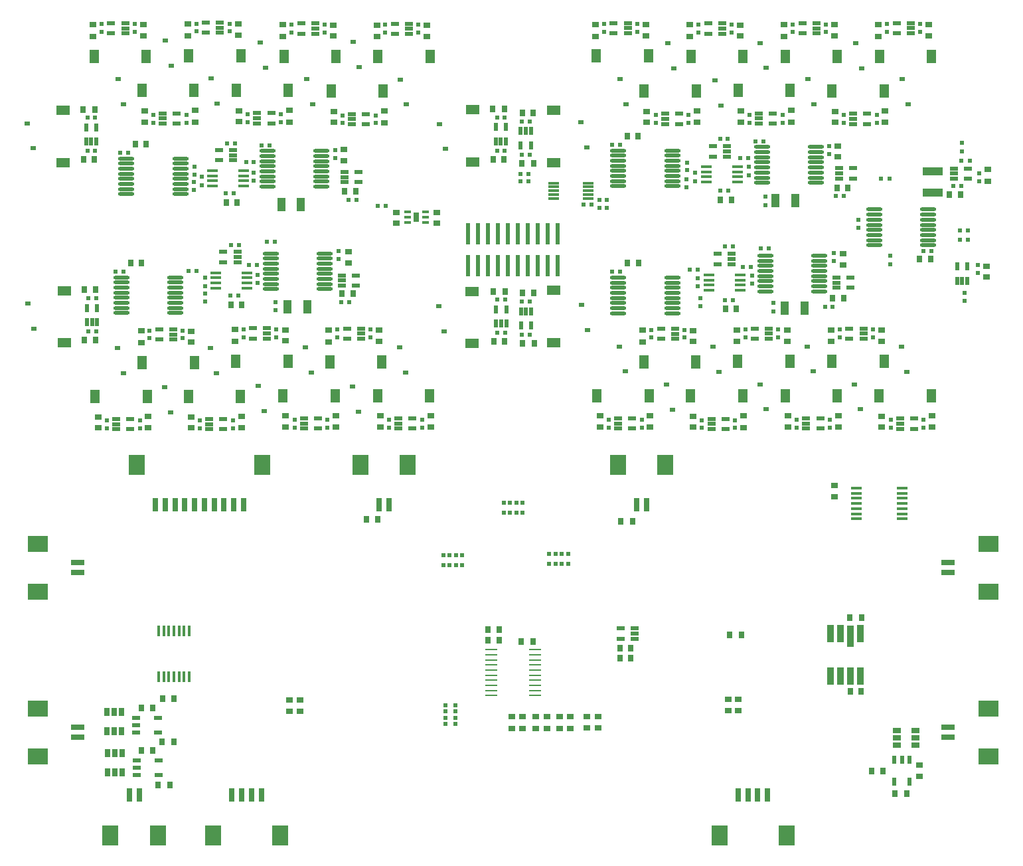
<source format=gbp>
G04*
G04 #@! TF.GenerationSoftware,Altium Limited,Altium Designer,18.1.6 (161)*
G04*
G04 Layer_Color=128*
%FSTAX44Y44*%
%MOMM*%
G71*
G01*
G75*
%ADD11R,0.9000X0.7000*%
%ADD12R,1.1000X0.6000*%
%ADD13R,0.7000X0.9000*%
%ADD14R,2.0000X2.6000*%
%ADD15R,0.7000X1.8000*%
%ADD19R,0.9000X0.8000*%
%ADD20R,0.6000X1.1000*%
%ADD22R,0.6000X0.5500*%
%ADD23O,2.1000X0.4500*%
%ADD24R,0.5000X0.6000*%
%ADD25R,0.6000X0.5000*%
%ADD26R,0.5500X0.6000*%
%ADD27R,0.6000X0.6000*%
%ADD28R,0.8000X0.9000*%
%ADD29R,0.6000X0.6000*%
%ADD33R,2.6000X2.0000*%
%ADD34R,1.8000X0.7000*%
%ADD35R,1.0000X0.4700*%
%ADD39R,0.5080X2.7940*%
%ADD43R,1.4500X0.3000*%
%ADD63R,1.0000X1.8000*%
%ADD64R,1.3500X0.4500*%
%ADD65R,0.7620X1.1938*%
%ADD66R,0.8128X0.3048*%
%ADD67R,0.4700X1.0000*%
%ADD68R,2.6000X1.1000*%
%ADD69R,0.7000X0.5000*%
%ADD70R,1.8000X1.2500*%
%ADD71R,1.2500X1.8000*%
%ADD72R,0.3556X1.4732*%
%ADD73R,0.6500X1.1000*%
%ADD74R,1.5500X0.2500*%
%ADD75R,0.9000X2.2500*%
%ADD76R,0.9000X2.8000*%
%ADD77R,1.1000X0.6500*%
%ADD78R,1.4732X0.3556*%
D11*
X01245616Y00868034D02*
D03*
Y00883034D02*
D03*
X01105997Y01052558D02*
D03*
Y01067558D02*
D03*
X01174535Y00568982D02*
D03*
Y00553982D02*
D03*
X00925149Y00663234D02*
D03*
Y00678234D02*
D03*
X00933935Y0056867D02*
D03*
Y0055367D02*
D03*
X00805423Y0066281D02*
D03*
Y0067781D02*
D03*
X01054833Y00569123D02*
D03*
Y00554123D02*
D03*
X01045545Y00663176D02*
D03*
Y00678176D02*
D03*
X00994619Y00958028D02*
D03*
Y00943028D02*
D03*
X00865467Y01052132D02*
D03*
Y01067132D02*
D03*
X00745036Y01052613D02*
D03*
Y01067613D02*
D03*
X00814803Y00569148D02*
D03*
Y00554148D02*
D03*
X00985795Y01052298D02*
D03*
Y01067298D02*
D03*
X00874755Y00957596D02*
D03*
Y00942596D02*
D03*
X01114483Y00957596D02*
D03*
Y00942596D02*
D03*
X00285017Y00678508D02*
D03*
Y00663508D02*
D03*
X00404905Y00678122D02*
D03*
Y00663122D02*
D03*
X00165577Y0067696D02*
D03*
Y0066196D02*
D03*
X00414239Y00554123D02*
D03*
Y00569123D02*
D03*
X00534695Y00554123D02*
D03*
Y00569123D02*
D03*
X00174777Y00553198D02*
D03*
Y00568198D02*
D03*
X00293395Y00553198D02*
D03*
Y00568198D02*
D03*
X00225065Y01068138D02*
D03*
Y01053138D02*
D03*
X00346417Y01067044D02*
D03*
Y01052044D02*
D03*
X00466051Y01066838D02*
D03*
Y01051838D02*
D03*
X00354563Y00943358D02*
D03*
Y00958358D02*
D03*
X00475467Y00942342D02*
D03*
Y00957342D02*
D03*
X00234159Y00943022D02*
D03*
Y00958022D02*
D03*
X00104175Y0106732D02*
D03*
Y0105232D02*
D03*
X00638Y0017025D02*
D03*
Y0018525D02*
D03*
X00652Y0017025D02*
D03*
Y0018525D02*
D03*
X00669Y0017025D02*
D03*
Y0018525D02*
D03*
X00683Y0017025D02*
D03*
Y0018525D02*
D03*
X00699Y0017025D02*
D03*
Y0018525D02*
D03*
X00734Y001705D02*
D03*
Y001855D02*
D03*
X00748Y001705D02*
D03*
Y001855D02*
D03*
X00713Y0017025D02*
D03*
Y0018525D02*
D03*
D12*
X00188Y001105D02*
D03*
Y001295D02*
D03*
X0016D02*
D03*
Y0012D02*
D03*
Y001105D02*
D03*
X0018716Y00164485D02*
D03*
Y00183485D02*
D03*
X0015916D02*
D03*
Y00173985D02*
D03*
Y00164485D02*
D03*
D13*
X0065171Y00660967D02*
D03*
X0066671D02*
D03*
X00614453Y0072742D02*
D03*
X00629453D02*
D03*
X00613832Y00959966D02*
D03*
X00628832D02*
D03*
X00666409Y00890498D02*
D03*
X00651409D02*
D03*
X00107766Y00729258D02*
D03*
X00092766D02*
D03*
X00106414Y00959393D02*
D03*
X00091414D02*
D03*
X004675Y00437D02*
D03*
X004525D02*
D03*
X006505Y00281D02*
D03*
X006655D02*
D03*
X007925Y00434D02*
D03*
X007775D02*
D03*
X010845Y00311D02*
D03*
X010695D02*
D03*
X01112Y00116D02*
D03*
X01097D02*
D03*
X00931426Y00289D02*
D03*
X00916426D02*
D03*
X00202Y00098D02*
D03*
X00187D02*
D03*
X01126882Y00087D02*
D03*
X01141882D02*
D03*
X002075Y00153D02*
D03*
X001925D02*
D03*
D14*
X0034275Y00034D02*
D03*
X0025725D02*
D03*
X009885D02*
D03*
X00903D02*
D03*
X0015975Y00506D02*
D03*
X0032025D02*
D03*
X00187Y00034D02*
D03*
X001265D02*
D03*
X007735Y00506D02*
D03*
X00834D02*
D03*
X004452Y00506D02*
D03*
X005057D02*
D03*
D15*
X0030625Y00085D02*
D03*
X0029375D02*
D03*
X0028125D02*
D03*
X0031875D02*
D03*
X00952D02*
D03*
X009395D02*
D03*
X00927D02*
D03*
X009645D02*
D03*
X0018375Y00455D02*
D03*
X0019625D02*
D03*
X0020875D02*
D03*
X0022125D02*
D03*
X0027125D02*
D03*
X0028375D02*
D03*
X0029625D02*
D03*
X0023375D02*
D03*
X0024625D02*
D03*
X0025875D02*
D03*
X00163Y00085D02*
D03*
X001505D02*
D03*
X007975Y00455D02*
D03*
X0081D02*
D03*
X004692Y00455D02*
D03*
X004817D02*
D03*
D19*
X01054333Y00898908D02*
D03*
Y00912908D02*
D03*
X005426Y00828D02*
D03*
Y00814D02*
D03*
X0049075Y00828D02*
D03*
Y00814D02*
D03*
X00423926Y00907934D02*
D03*
Y00893934D02*
D03*
X01243838Y00745598D02*
D03*
Y00759598D02*
D03*
X00430022Y00763886D02*
D03*
Y00777886D02*
D03*
X00168414Y0106705D02*
D03*
Y0105305D02*
D03*
X010611Y00775092D02*
D03*
Y00761092D02*
D03*
X01110296Y00554252D02*
D03*
Y00568252D02*
D03*
X01170236Y01067288D02*
D03*
Y01053288D02*
D03*
X00989388Y00677964D02*
D03*
Y00663964D02*
D03*
X00990594Y00554393D02*
D03*
Y00568393D02*
D03*
X00869696Y0055394D02*
D03*
Y0056794D02*
D03*
X01109784Y00677906D02*
D03*
Y00663906D02*
D03*
X00869662Y0067754D02*
D03*
Y0066354D02*
D03*
X00750564Y00554418D02*
D03*
Y00568418D02*
D03*
X0093038Y00943298D02*
D03*
Y00957298D02*
D03*
X01050034Y01067028D02*
D03*
Y01053028D02*
D03*
X00929706Y01066862D02*
D03*
Y01052862D02*
D03*
X01050244Y00942866D02*
D03*
Y00956866D02*
D03*
X00810516Y00942866D02*
D03*
Y00956866D02*
D03*
X00809275Y01067343D02*
D03*
Y01053343D02*
D03*
X00410656Y01066774D02*
D03*
Y01052774D02*
D03*
X0053029Y01066568D02*
D03*
Y01052568D02*
D03*
X00290324Y00943628D02*
D03*
Y00957628D02*
D03*
X00411228Y00942612D02*
D03*
Y00956612D02*
D03*
X00289304Y01067868D02*
D03*
Y01053868D02*
D03*
X0016992Y00943292D02*
D03*
Y00957292D02*
D03*
X0035Y00568393D02*
D03*
Y00554393D02*
D03*
X00349256Y00664238D02*
D03*
Y00678238D02*
D03*
X00469144Y00663852D02*
D03*
Y00677852D02*
D03*
X00470456Y00568393D02*
D03*
Y00554393D02*
D03*
X00229156Y00567468D02*
D03*
Y00553468D02*
D03*
X00110538Y00567468D02*
D03*
Y00553468D02*
D03*
X00229816Y0066269D02*
D03*
Y0067669D02*
D03*
X00368025Y00192D02*
D03*
Y00206D02*
D03*
X00355025Y00192D02*
D03*
Y00206D02*
D03*
X0105Y004795D02*
D03*
Y004655D02*
D03*
X0115848Y00109D02*
D03*
Y00123D02*
D03*
X00927Y00207D02*
D03*
Y00193D02*
D03*
X00914Y00207D02*
D03*
Y00193D02*
D03*
D20*
X01126382Y0010225D02*
D03*
X01145382D02*
D03*
Y0013025D02*
D03*
X01135882D02*
D03*
X01126382D02*
D03*
D22*
X00940816Y00875618D02*
D03*
Y00886118D02*
D03*
X00309334Y00868522D02*
D03*
Y00879022D02*
D03*
X0031369Y0073795D02*
D03*
Y0074845D02*
D03*
X00246762Y0074464D02*
D03*
Y0073414D02*
D03*
X00875284Y00744132D02*
D03*
Y00733632D02*
D03*
X00944598Y00736867D02*
D03*
Y00747367D02*
D03*
X01120902Y0076193D02*
D03*
Y0077243D02*
D03*
X01080262Y00808054D02*
D03*
Y00818554D02*
D03*
X01216152Y0071509D02*
D03*
Y0072559D02*
D03*
X01212342Y00905844D02*
D03*
Y00916344D02*
D03*
X00961443Y00837302D02*
D03*
Y00847802D02*
D03*
X00861314Y0087037D02*
D03*
Y0085987D02*
D03*
X00872236Y00867998D02*
D03*
Y00878498D02*
D03*
X0097217Y00701882D02*
D03*
Y00712382D02*
D03*
X00879094Y00718732D02*
D03*
Y00708232D02*
D03*
X00243078Y00862918D02*
D03*
Y00873418D02*
D03*
X00336978Y00713778D02*
D03*
Y00703278D02*
D03*
X00246762Y00724713D02*
D03*
Y00714213D02*
D03*
X00233172Y00866814D02*
D03*
Y00856314D02*
D03*
D23*
X00957139Y00865776D02*
D03*
Y00872276D02*
D03*
Y00878776D02*
D03*
Y00885276D02*
D03*
Y00891776D02*
D03*
Y00898276D02*
D03*
Y00904776D02*
D03*
Y00911276D02*
D03*
X01026139Y00865776D02*
D03*
Y00872276D02*
D03*
Y00878776D02*
D03*
Y00885276D02*
D03*
Y00891776D02*
D03*
Y00898276D02*
D03*
Y00904776D02*
D03*
Y00911276D02*
D03*
X00842934Y00906822D02*
D03*
Y00900322D02*
D03*
Y00893822D02*
D03*
Y00887322D02*
D03*
Y00880822D02*
D03*
Y00874322D02*
D03*
Y00867822D02*
D03*
Y00861322D02*
D03*
X00773934Y00906822D02*
D03*
Y00900322D02*
D03*
Y00893822D02*
D03*
Y00887322D02*
D03*
Y00880822D02*
D03*
Y00874322D02*
D03*
Y00867822D02*
D03*
Y00861322D02*
D03*
X00395732Y00906302D02*
D03*
Y00899802D02*
D03*
Y00893302D02*
D03*
Y00886802D02*
D03*
Y00880302D02*
D03*
Y00873802D02*
D03*
Y00867302D02*
D03*
Y00860802D02*
D03*
X00326732Y00906302D02*
D03*
Y00899802D02*
D03*
Y00893302D02*
D03*
Y00886802D02*
D03*
Y00880302D02*
D03*
Y00873802D02*
D03*
Y00867302D02*
D03*
Y00860802D02*
D03*
X00215554Y00896662D02*
D03*
Y00890162D02*
D03*
Y00883662D02*
D03*
Y00877162D02*
D03*
Y00870662D02*
D03*
Y00864162D02*
D03*
Y00857662D02*
D03*
Y00851162D02*
D03*
X00146554Y00896662D02*
D03*
Y00890162D02*
D03*
Y00883662D02*
D03*
Y00877162D02*
D03*
Y00870662D02*
D03*
Y00864162D02*
D03*
Y00857662D02*
D03*
Y00851162D02*
D03*
X00140458Y00699606D02*
D03*
Y00706106D02*
D03*
Y00712607D02*
D03*
Y00719107D02*
D03*
Y00725607D02*
D03*
Y00732106D02*
D03*
Y00738606D02*
D03*
Y00745107D02*
D03*
X00209458Y00699606D02*
D03*
Y00706106D02*
D03*
Y00712607D02*
D03*
Y00719107D02*
D03*
Y00725607D02*
D03*
Y00732106D02*
D03*
Y00738606D02*
D03*
Y00745107D02*
D03*
X00330644Y00730179D02*
D03*
Y00736679D02*
D03*
Y00743179D02*
D03*
Y00749679D02*
D03*
Y00756179D02*
D03*
Y00762679D02*
D03*
Y00769179D02*
D03*
Y00775679D02*
D03*
X00399644Y00730179D02*
D03*
Y00736679D02*
D03*
Y00743179D02*
D03*
Y00749679D02*
D03*
Y00756179D02*
D03*
Y00762679D02*
D03*
Y00769179D02*
D03*
Y00775679D02*
D03*
X00842996Y00744966D02*
D03*
Y00738466D02*
D03*
Y00731966D02*
D03*
Y00725466D02*
D03*
Y00718966D02*
D03*
Y00712466D02*
D03*
Y00705966D02*
D03*
Y00699466D02*
D03*
X00773996Y00744966D02*
D03*
Y00738466D02*
D03*
Y00731966D02*
D03*
Y00725466D02*
D03*
Y00718966D02*
D03*
Y00712466D02*
D03*
Y00705966D02*
D03*
Y00699466D02*
D03*
X01030722Y00772885D02*
D03*
Y00766385D02*
D03*
Y00759885D02*
D03*
Y00753385D02*
D03*
Y00746885D02*
D03*
Y00740385D02*
D03*
Y00733885D02*
D03*
Y00727385D02*
D03*
X00961722Y00772885D02*
D03*
Y00766385D02*
D03*
Y00759885D02*
D03*
Y00753385D02*
D03*
Y00746885D02*
D03*
Y00740385D02*
D03*
Y00733885D02*
D03*
Y00727385D02*
D03*
X0110042Y00786164D02*
D03*
Y00792664D02*
D03*
Y00799164D02*
D03*
Y00805664D02*
D03*
Y00812164D02*
D03*
Y00818664D02*
D03*
Y00825164D02*
D03*
Y00831664D02*
D03*
X0116942Y00786164D02*
D03*
Y00792664D02*
D03*
Y00799164D02*
D03*
Y00805664D02*
D03*
Y00812164D02*
D03*
Y00818664D02*
D03*
Y00825164D02*
D03*
Y00831664D02*
D03*
D24*
X0075Y008435D02*
D03*
Y008335D02*
D03*
X00759Y008435D02*
D03*
Y008335D02*
D03*
X01232662Y0076064D02*
D03*
Y0075064D02*
D03*
X01234694Y0086771D02*
D03*
Y0087771D02*
D03*
X01116896Y01068106D02*
D03*
Y01058106D02*
D03*
X0115906Y01068106D02*
D03*
Y01058106D02*
D03*
X01163636Y00553434D02*
D03*
Y00563434D02*
D03*
X01121472Y00553434D02*
D03*
Y00563434D02*
D03*
X00861822Y0088171D02*
D03*
Y0089171D02*
D03*
X01043373Y00912148D02*
D03*
Y00902148D02*
D03*
X00936048Y00678782D02*
D03*
Y00668782D02*
D03*
X00978212Y00678782D02*
D03*
Y00668782D02*
D03*
X00923036Y00553122D02*
D03*
Y00563122D02*
D03*
X00880872Y00553122D02*
D03*
Y00563122D02*
D03*
X00816322Y00678358D02*
D03*
Y00668358D02*
D03*
X00858486Y00678358D02*
D03*
Y00668358D02*
D03*
X01043934Y00553575D02*
D03*
Y00563575D02*
D03*
X0100177Y00553575D02*
D03*
Y00563575D02*
D03*
X01056444Y00678724D02*
D03*
Y00668724D02*
D03*
X01098608Y00678724D02*
D03*
Y00668724D02*
D03*
X0098372Y0094248D02*
D03*
Y0095248D02*
D03*
X00941556Y0094248D02*
D03*
Y0095248D02*
D03*
X00876366Y0106768D02*
D03*
Y0105768D02*
D03*
X0091853Y0106768D02*
D03*
Y0105768D02*
D03*
X00755935Y01068161D02*
D03*
Y01058161D02*
D03*
X00798099Y01068161D02*
D03*
Y01058161D02*
D03*
X00803904Y005536D02*
D03*
Y005636D02*
D03*
X0076174Y005536D02*
D03*
Y005636D02*
D03*
X00996694Y01067846D02*
D03*
Y01057846D02*
D03*
X01038858Y01067846D02*
D03*
Y01057846D02*
D03*
X00863856Y00942048D02*
D03*
Y00952048D02*
D03*
X00821692Y00942048D02*
D03*
Y00952048D02*
D03*
X01103584Y00942048D02*
D03*
Y00952048D02*
D03*
X0106142Y00942048D02*
D03*
Y00952048D02*
D03*
X00295916Y00669056D02*
D03*
Y00679056D02*
D03*
X0033808Y00669056D02*
D03*
Y00679056D02*
D03*
X00415804Y0066867D02*
D03*
Y0067867D02*
D03*
X00457968Y0066867D02*
D03*
Y0067867D02*
D03*
X00176476Y00667508D02*
D03*
Y00677508D02*
D03*
X0021864Y00667508D02*
D03*
Y00677508D02*
D03*
X0040334Y00563575D02*
D03*
Y00553575D02*
D03*
X00361176Y00563575D02*
D03*
Y00553575D02*
D03*
X00523796Y00563575D02*
D03*
Y00553575D02*
D03*
X00481632Y00563575D02*
D03*
Y00553575D02*
D03*
X00163878Y0056265D02*
D03*
Y0055265D02*
D03*
X00121714Y0056265D02*
D03*
Y0055265D02*
D03*
X00282496Y0056265D02*
D03*
Y0055265D02*
D03*
X00240332Y0056265D02*
D03*
Y0055265D02*
D03*
X00233408Y00876198D02*
D03*
Y00886198D02*
D03*
X00235964Y01058686D02*
D03*
Y01068686D02*
D03*
X00278128Y01058686D02*
D03*
Y01068686D02*
D03*
X00357316Y01057592D02*
D03*
Y01067592D02*
D03*
X0039948Y01057592D02*
D03*
Y01067592D02*
D03*
X0047695Y01057386D02*
D03*
Y01067386D02*
D03*
X00519114Y01057386D02*
D03*
Y01067386D02*
D03*
X00343664Y0095281D02*
D03*
Y0094281D02*
D03*
X003015Y0095281D02*
D03*
Y0094281D02*
D03*
X00464568Y00951794D02*
D03*
Y00941794D02*
D03*
X00422404Y00951794D02*
D03*
Y00941794D02*
D03*
X0022326Y00952474D02*
D03*
Y00942474D02*
D03*
X00181096Y00952474D02*
D03*
Y00942474D02*
D03*
X00115074Y01057868D02*
D03*
Y01067868D02*
D03*
X00157238Y01057868D02*
D03*
Y01067868D02*
D03*
X01048654Y0077614D02*
D03*
Y0076614D02*
D03*
X00412966Y00907174D02*
D03*
Y00897174D02*
D03*
X00417576Y00778934D02*
D03*
Y00768934D02*
D03*
D25*
X01061894Y00848864D02*
D03*
X01051894D02*
D03*
X00903812Y00921762D02*
D03*
X00913812D02*
D03*
X00939661Y00897416D02*
D03*
X00929661D02*
D03*
X00914066Y00855722D02*
D03*
X00904066D02*
D03*
X00766256Y00914142D02*
D03*
X00776256D02*
D03*
X00430064Y00844182D02*
D03*
X00440064D02*
D03*
X00275517Y00915518D02*
D03*
X00285517D02*
D03*
X00309254Y00892442D02*
D03*
X00299254D02*
D03*
X00283346Y00852056D02*
D03*
X00273346D02*
D03*
X00138876Y00903982D02*
D03*
X00148876D02*
D03*
X0014278Y00752427D02*
D03*
X0013278D02*
D03*
X0027948Y0072161D02*
D03*
X0028948D02*
D03*
X00280017Y0078638D02*
D03*
X00290017D02*
D03*
X00313142Y0076098D02*
D03*
X00303142D02*
D03*
X00430958Y00713482D02*
D03*
X00420958D02*
D03*
X00766318Y00752286D02*
D03*
X00776318D02*
D03*
X00910416Y00784856D02*
D03*
X00920416D02*
D03*
X00919908Y00716022D02*
D03*
X00909908D02*
D03*
X00943276Y0075844D02*
D03*
X00933276D02*
D03*
X01047561Y00707386D02*
D03*
X01037561D02*
D03*
X011735Y00778512D02*
D03*
X011635D02*
D03*
X01211246Y00861818D02*
D03*
X01201246D02*
D03*
X0073975Y0083775D02*
D03*
X0072975D02*
D03*
X00959411Y00918324D02*
D03*
X00949411D02*
D03*
X00875204Y0075524D02*
D03*
X00865204D02*
D03*
X00651162Y00671866D02*
D03*
X00661162D02*
D03*
X00651162Y0071403D02*
D03*
X00661162D02*
D03*
X00630001Y00716521D02*
D03*
X00620001D02*
D03*
X00630001Y00674357D02*
D03*
X00620001D02*
D03*
X0062938Y00949067D02*
D03*
X0061938D02*
D03*
X0062938Y00906903D02*
D03*
X0061938D02*
D03*
X00650861Y00901397D02*
D03*
X00660861D02*
D03*
X00650861Y00943561D02*
D03*
X00660861D02*
D03*
X00236394Y00753039D02*
D03*
X00226394D02*
D03*
X00098314Y00718359D02*
D03*
X00108314D02*
D03*
X00096962Y00948494D02*
D03*
X00106962D02*
D03*
X00096962Y0090633D02*
D03*
X00106962D02*
D03*
X00965628Y00781808D02*
D03*
X00955628D02*
D03*
X00329004Y0091335D02*
D03*
X00319004D02*
D03*
X00335763Y00790444D02*
D03*
X00325763D02*
D03*
X00108314Y00676195D02*
D03*
X00098314D02*
D03*
D26*
X01119672Y00871078D02*
D03*
X01109172D02*
D03*
X00649Y0086766D02*
D03*
X006595D02*
D03*
Y0087725D02*
D03*
X00649D02*
D03*
X0120975Y0080525D02*
D03*
X0122025D02*
D03*
X0120975Y0079275D02*
D03*
X0122025D02*
D03*
X00467077Y00836164D02*
D03*
X00477577D02*
D03*
X01222418Y00894114D02*
D03*
X01211918D02*
D03*
D27*
X005665Y0017575D02*
D03*
Y0018375D02*
D03*
Y0019175D02*
D03*
Y0019975D02*
D03*
X005535D02*
D03*
Y0019175D02*
D03*
Y0018375D02*
D03*
Y0017575D02*
D03*
D28*
X00904606Y00844038D02*
D03*
X00918606D02*
D03*
X0027414Y00840626D02*
D03*
X0028814D02*
D03*
X0028002Y0071018D02*
D03*
X0029402D02*
D03*
X00910702Y00705309D02*
D03*
X00924702D02*
D03*
X01196452Y00850388D02*
D03*
X01210452D02*
D03*
X01172494Y0076825D02*
D03*
X01158494D02*
D03*
X0106683Y00859532D02*
D03*
X0105283D02*
D03*
X01047608Y00718642D02*
D03*
X01061608D02*
D03*
X00436006Y00724404D02*
D03*
X00422006D02*
D03*
X00425016Y00855104D02*
D03*
X00439016D02*
D03*
X00785654Y00763208D02*
D03*
X00799654D02*
D03*
X00785592Y00925064D02*
D03*
X00799592D02*
D03*
X0065198Y00725206D02*
D03*
X0066598D02*
D03*
X00629183Y00663181D02*
D03*
X00615183D02*
D03*
X00651679Y00954737D02*
D03*
X00665679D02*
D03*
X00628562Y00895727D02*
D03*
X00614562D02*
D03*
X00158212Y00914904D02*
D03*
X00172212D02*
D03*
X00106144Y00895154D02*
D03*
X00092144D02*
D03*
X00166116Y00763348D02*
D03*
X00152116D02*
D03*
X00093496Y00665018D02*
D03*
X00107496D02*
D03*
X0018Y00196D02*
D03*
X00166D02*
D03*
X00621999Y00296D02*
D03*
X00607999D02*
D03*
X00622Y00283D02*
D03*
X00608D02*
D03*
X0106981Y00217D02*
D03*
X0108381D02*
D03*
X00207Y00208D02*
D03*
X00193D02*
D03*
X00166Y00142D02*
D03*
X0018D02*
D03*
X0079Y00259648D02*
D03*
X00776D02*
D03*
Y0027274D02*
D03*
X0079D02*
D03*
D29*
X0071Y00393D02*
D03*
X00702D02*
D03*
X00694D02*
D03*
X00686D02*
D03*
Y0038D02*
D03*
X00694D02*
D03*
X00702D02*
D03*
X0071D02*
D03*
X00628Y00445D02*
D03*
X00636D02*
D03*
X00644D02*
D03*
X00652D02*
D03*
Y00458D02*
D03*
X00644D02*
D03*
X00636D02*
D03*
X00628D02*
D03*
X00575Y00378D02*
D03*
X00567D02*
D03*
X00559D02*
D03*
X00551D02*
D03*
Y00391D02*
D03*
X00559D02*
D03*
X00567D02*
D03*
X00575D02*
D03*
D33*
X01246Y0019525D02*
D03*
Y0013475D02*
D03*
Y0040525D02*
D03*
Y0034475D02*
D03*
X00034Y0013475D02*
D03*
Y0019525D02*
D03*
Y0034475D02*
D03*
Y0040525D02*
D03*
D34*
X01195Y0017125D02*
D03*
Y0015875D02*
D03*
Y0038125D02*
D03*
Y0036875D02*
D03*
X00085Y0015875D02*
D03*
Y0017125D02*
D03*
Y0036875D02*
D03*
Y0038125D02*
D03*
D35*
X01055565Y00877858D02*
D03*
X01073565Y00884358D02*
D03*
Y00871358D02*
D03*
X01055565Y00884358D02*
D03*
Y00871358D02*
D03*
X00913071Y0090584D02*
D03*
X00895071Y0089934D02*
D03*
Y0091234D02*
D03*
X00913071Y0089934D02*
D03*
Y0091234D02*
D03*
X00425158Y00872884D02*
D03*
X00443158Y00879384D02*
D03*
Y00866384D02*
D03*
X00425158Y00879384D02*
D03*
Y00866384D02*
D03*
X00282664Y00900866D02*
D03*
X00264664Y00894366D02*
D03*
Y00907366D02*
D03*
X00282664Y00894366D02*
D03*
Y00907366D02*
D03*
X0028829Y0077764D02*
D03*
Y0076464D02*
D03*
X0027029Y0077764D02*
D03*
Y0076464D02*
D03*
X0028829Y0077114D02*
D03*
X00421386Y00741168D02*
D03*
X00439386Y00747668D02*
D03*
Y00734668D02*
D03*
X00421386D02*
D03*
Y00747668D02*
D03*
X00918938Y0076845D02*
D03*
X00900938Y0076195D02*
D03*
Y0077495D02*
D03*
X00918938Y0076195D02*
D03*
Y0077495D02*
D03*
X01052464Y00738374D02*
D03*
X01070464Y00744874D02*
D03*
Y00731874D02*
D03*
X01052464Y00744874D02*
D03*
Y00731874D02*
D03*
X01202182Y00877578D02*
D03*
X01220182Y00884078D02*
D03*
Y00871078D02*
D03*
X01202182Y00884078D02*
D03*
Y00871078D02*
D03*
X01147122Y01069352D02*
D03*
Y01056352D02*
D03*
X01129122Y01069352D02*
D03*
Y01056352D02*
D03*
X01147122Y01062852D02*
D03*
X0113341Y00552188D02*
D03*
Y00565188D02*
D03*
X0115141Y00552188D02*
D03*
Y00565188D02*
D03*
X0113341Y00558688D02*
D03*
X00786161Y01062907D02*
D03*
X00768161Y01056407D02*
D03*
Y01069407D02*
D03*
X00786161Y01056407D02*
D03*
Y01069407D02*
D03*
X00966274Y00680028D02*
D03*
Y00667028D02*
D03*
X00948274Y00680028D02*
D03*
Y00667028D02*
D03*
X00966274Y00673528D02*
D03*
X0089281Y00551876D02*
D03*
Y00564876D02*
D03*
X0091081Y00551876D02*
D03*
Y00564876D02*
D03*
X0089281Y00558376D02*
D03*
X00846548Y00679604D02*
D03*
Y00666604D02*
D03*
X00828548Y00679604D02*
D03*
Y00666604D02*
D03*
X00846548Y00673104D02*
D03*
X01013708Y00552329D02*
D03*
Y00565329D02*
D03*
X01031708Y00552329D02*
D03*
Y00565329D02*
D03*
X01013708Y00558829D02*
D03*
X0108667Y0067997D02*
D03*
Y0066697D02*
D03*
X0106867Y0067997D02*
D03*
Y0066697D02*
D03*
X0108667Y0067347D02*
D03*
X00953494Y00941234D02*
D03*
Y00954234D02*
D03*
X00971494Y00941234D02*
D03*
Y00954234D02*
D03*
X00953494Y00947734D02*
D03*
X00906592Y01068926D02*
D03*
Y01055926D02*
D03*
X00888592Y01068926D02*
D03*
Y01055926D02*
D03*
X00906592Y01062426D02*
D03*
X00773678Y00552354D02*
D03*
Y00565354D02*
D03*
X00791678Y00552354D02*
D03*
Y00565354D02*
D03*
X00773678Y00558854D02*
D03*
X0102692Y01069092D02*
D03*
Y01056092D02*
D03*
X0100892Y01069092D02*
D03*
Y01056092D02*
D03*
X0102692Y01062592D02*
D03*
X0083363Y00940802D02*
D03*
Y00953802D02*
D03*
X0085163Y00940802D02*
D03*
Y00953802D02*
D03*
X0083363Y00947302D02*
D03*
X01073358Y00940802D02*
D03*
Y00953802D02*
D03*
X01091358Y00940802D02*
D03*
Y00953802D02*
D03*
X01073358Y00947302D02*
D03*
X00326142Y00673802D02*
D03*
X00308142Y00667302D02*
D03*
Y00680302D02*
D03*
X00326142Y00667302D02*
D03*
Y00680302D02*
D03*
X0044603Y00673416D02*
D03*
X0042803Y00666916D02*
D03*
Y00679916D02*
D03*
X0044603Y00666916D02*
D03*
Y00679916D02*
D03*
X00206702Y00672254D02*
D03*
X00188702Y00665754D02*
D03*
Y00678754D02*
D03*
X00206702Y00665754D02*
D03*
Y00678754D02*
D03*
X00373114Y00558829D02*
D03*
X00391114Y00565329D02*
D03*
Y00552329D02*
D03*
X00373114Y00565329D02*
D03*
Y00552329D02*
D03*
X0049357Y00558829D02*
D03*
X0051157Y00565329D02*
D03*
Y00552329D02*
D03*
X0049357Y00565329D02*
D03*
Y00552329D02*
D03*
X00133652Y00557904D02*
D03*
X00151652Y00564404D02*
D03*
Y00551404D02*
D03*
X00133652Y00564404D02*
D03*
Y00551404D02*
D03*
X0025227Y00557904D02*
D03*
X0027027Y00564404D02*
D03*
Y00551404D02*
D03*
X0025227Y00564404D02*
D03*
Y00551404D02*
D03*
X0026619Y01063432D02*
D03*
X0024819Y01056932D02*
D03*
Y01069932D02*
D03*
X0026619Y01056932D02*
D03*
Y01069932D02*
D03*
X00387542Y01062338D02*
D03*
X00369542Y01055838D02*
D03*
Y01068838D02*
D03*
X00387542Y01055838D02*
D03*
Y01068838D02*
D03*
X00507176Y01062132D02*
D03*
X00489176Y01055632D02*
D03*
Y01068632D02*
D03*
X00507176Y01055632D02*
D03*
Y01068632D02*
D03*
X00313438Y00948064D02*
D03*
X00331438Y00954564D02*
D03*
Y00941564D02*
D03*
X00313438Y00954564D02*
D03*
Y00941564D02*
D03*
X00434342Y00947048D02*
D03*
X00452342Y00953548D02*
D03*
Y00940548D02*
D03*
X00434342Y00953548D02*
D03*
Y00940548D02*
D03*
X00193034Y00947728D02*
D03*
X00211034Y00954228D02*
D03*
Y00941228D02*
D03*
X00193034Y00954228D02*
D03*
Y00941228D02*
D03*
X001453Y01062614D02*
D03*
X001273Y01056114D02*
D03*
Y01069114D02*
D03*
X001453Y01056114D02*
D03*
Y01069114D02*
D03*
X00795Y00297558D02*
D03*
Y00284558D02*
D03*
X00777Y00297558D02*
D03*
Y00284558D02*
D03*
X00795Y00291058D02*
D03*
D39*
X0058285Y0075968D02*
D03*
Y0080032D02*
D03*
X0059555Y0075968D02*
D03*
Y0080032D02*
D03*
X0060825Y0075968D02*
D03*
Y0080032D02*
D03*
X0062095Y0075968D02*
D03*
Y0080032D02*
D03*
X0063365Y0075968D02*
D03*
Y0080032D02*
D03*
X0064635Y0075968D02*
D03*
Y0080032D02*
D03*
X0065905Y0075968D02*
D03*
Y0080032D02*
D03*
X0067175Y0075968D02*
D03*
Y0080032D02*
D03*
X0068445Y0075968D02*
D03*
Y0080032D02*
D03*
X0069715Y0075968D02*
D03*
Y0080032D02*
D03*
D43*
X00691757Y008455D02*
D03*
Y008505D02*
D03*
Y008555D02*
D03*
Y008605D02*
D03*
Y008655D02*
D03*
X00735757Y008455D02*
D03*
Y008505D02*
D03*
Y008555D02*
D03*
Y008605D02*
D03*
Y008655D02*
D03*
D63*
X00974739Y00842886D02*
D03*
X00999739D02*
D03*
X00344332Y00837912D02*
D03*
X00369332D02*
D03*
X00352492Y00707386D02*
D03*
X00377492D02*
D03*
X00986482Y00705608D02*
D03*
X01011482D02*
D03*
D64*
X00926279Y0088624D02*
D03*
Y0087974D02*
D03*
Y0087324D02*
D03*
Y0086674D02*
D03*
X00886779Y0088624D02*
D03*
Y0087974D02*
D03*
Y0087324D02*
D03*
Y0086674D02*
D03*
X00295872Y00881266D02*
D03*
Y00874766D02*
D03*
Y00868266D02*
D03*
Y00861766D02*
D03*
X00256372Y00881266D02*
D03*
Y00874766D02*
D03*
Y00868266D02*
D03*
Y00861766D02*
D03*
X0026084Y0073162D02*
D03*
Y0073812D02*
D03*
Y0074462D02*
D03*
Y0075112D02*
D03*
X0030034Y0073162D02*
D03*
Y0073812D02*
D03*
Y0074462D02*
D03*
Y0075112D02*
D03*
X00929516Y00748326D02*
D03*
Y00741826D02*
D03*
Y00735326D02*
D03*
Y00728826D02*
D03*
X00890016Y00748326D02*
D03*
Y00741826D02*
D03*
Y00735326D02*
D03*
Y00728826D02*
D03*
D65*
X0051643Y00821896D02*
D03*
D66*
X0052786Y00815292D02*
D03*
Y00821896D02*
D03*
Y008285D02*
D03*
X00505D02*
D03*
Y00821896D02*
D03*
Y00815292D02*
D03*
D67*
X01212746Y00740886D02*
D03*
X01206246Y00758886D02*
D03*
X01219246D02*
D03*
X01206246Y00740886D02*
D03*
X01219246D02*
D03*
X00649916Y00702092D02*
D03*
X00662916D02*
D03*
X00649916Y00684092D02*
D03*
X00662916D02*
D03*
X00656416Y00702092D02*
D03*
X00631247Y00686295D02*
D03*
X00618247D02*
D03*
X00631247Y00704295D02*
D03*
X00618247D02*
D03*
X00624747Y00686295D02*
D03*
X00630626Y00918841D02*
D03*
X00617626D02*
D03*
X00630626Y00936841D02*
D03*
X00617626D02*
D03*
X00624126Y00918841D02*
D03*
X00649615Y00931623D02*
D03*
X00662615D02*
D03*
X00649615Y00913623D02*
D03*
X00662615D02*
D03*
X00656115Y00931623D02*
D03*
X00101708Y00918268D02*
D03*
X00095208Y00936268D02*
D03*
X00108208D02*
D03*
X00095208Y00918268D02*
D03*
X00108208D02*
D03*
X0010956Y00688132D02*
D03*
X0009656D02*
D03*
X0010956Y00706133D02*
D03*
X0009656D02*
D03*
X0010306Y00688132D02*
D03*
D68*
X01175258Y00880398D02*
D03*
Y00853398D02*
D03*
D69*
X0095516Y00608896D02*
D03*
X0096266Y00576896D02*
D03*
X00962821Y01012001D02*
D03*
X00955321Y01044001D02*
D03*
X00383928Y00965706D02*
D03*
X00376428Y00997706D02*
D03*
X00374964Y00655737D02*
D03*
X00382464Y00623737D02*
D03*
X01015298Y00657067D02*
D03*
X01022798Y00625067D02*
D03*
X01023306Y0096596D02*
D03*
X01015806Y0099796D02*
D03*
X00503562Y009655D02*
D03*
X00496062Y009975D02*
D03*
X00434908Y00606162D02*
D03*
X00442408Y00574162D02*
D03*
X00895071Y00656578D02*
D03*
X00902571Y00624578D02*
D03*
X00905002Y00964188D02*
D03*
X00897502Y00996188D02*
D03*
X00324552Y01012696D02*
D03*
X00317052Y01044696D02*
D03*
X00315271Y00606548D02*
D03*
X00322771Y00574548D02*
D03*
X01075556Y00608838D02*
D03*
X01083056Y00576838D02*
D03*
X01084472Y01011934D02*
D03*
X01076972Y01043934D02*
D03*
X00443432Y01013286D02*
D03*
X00435932Y01045286D02*
D03*
X0049542Y00655737D02*
D03*
X0050292Y00623737D02*
D03*
X00835434Y00608472D02*
D03*
X00842934Y00576472D02*
D03*
X00726754Y00942588D02*
D03*
X00734254Y00910588D02*
D03*
X00027626Y00909572D02*
D03*
X00020126Y00941572D02*
D03*
X0025412Y00654812D02*
D03*
X0026162Y00622812D02*
D03*
X00734956Y00677918D02*
D03*
X00727456Y00709918D02*
D03*
X00844744Y01011934D02*
D03*
X00837244Y01043934D02*
D03*
X00262576Y009668D02*
D03*
X00255076Y009988D02*
D03*
X00028896Y00679702D02*
D03*
X00021396Y00711702D02*
D03*
X01135Y00656926D02*
D03*
X011425Y00624926D02*
D03*
X0055239Y0067657D02*
D03*
X0054489Y0070857D02*
D03*
X00784098Y00965712D02*
D03*
X00776598Y00997712D02*
D03*
X00204156Y01014982D02*
D03*
X00196656Y01046982D02*
D03*
X00135502Y00654812D02*
D03*
X00143002Y00622812D02*
D03*
X01143508Y0096622D02*
D03*
X01136008Y0099822D02*
D03*
X00775268Y00657092D02*
D03*
X00782768Y00625092D02*
D03*
X005461Y0094072D02*
D03*
X005536Y0090872D02*
D03*
X0014345Y00965706D02*
D03*
X0013595Y00997706D02*
D03*
X0019558Y00605D02*
D03*
X0020308Y00573D02*
D03*
D70*
X00691789Y00891747D02*
D03*
Y00958247D02*
D03*
X0069209Y00728716D02*
D03*
Y00662216D02*
D03*
X00587644Y00660929D02*
D03*
Y00727429D02*
D03*
X00588452Y00892217D02*
D03*
Y00958717D02*
D03*
X00067386Y00661508D02*
D03*
Y00728008D02*
D03*
X00066034Y00891644D02*
D03*
Y00958144D02*
D03*
D71*
X01173746Y01027178D02*
D03*
X01107246D02*
D03*
X01106786Y00594362D02*
D03*
X01173286D02*
D03*
X00992898Y00637854D02*
D03*
X00926398D02*
D03*
X00866186Y0059405D02*
D03*
X00932686D02*
D03*
X00873172Y0063743D02*
D03*
X00806672D02*
D03*
X00987084Y00594503D02*
D03*
X01053584D02*
D03*
X01113294Y00637796D02*
D03*
X01046794D02*
D03*
X0092687Y00983408D02*
D03*
X0099337D02*
D03*
X00933216Y01026752D02*
D03*
X00866716D02*
D03*
X00812785Y01027233D02*
D03*
X00746285D02*
D03*
X00747054Y00594528D02*
D03*
X00813554D02*
D03*
X01053544Y01026918D02*
D03*
X00987044D02*
D03*
X00807006Y00982976D02*
D03*
X00873506D02*
D03*
X01046734D02*
D03*
X01113234D02*
D03*
X00352766Y00638128D02*
D03*
X00286266D02*
D03*
X00472654Y00637742D02*
D03*
X00406154D02*
D03*
X00233326Y0063658D02*
D03*
X00166826D02*
D03*
X0034649Y00594503D02*
D03*
X0041299D02*
D03*
X00466946D02*
D03*
X00533446D02*
D03*
X00107028Y00593578D02*
D03*
X00173528D02*
D03*
X00225646D02*
D03*
X00292146D02*
D03*
X00292814Y01027758D02*
D03*
X00226314D02*
D03*
X00414166Y01026664D02*
D03*
X00347666D02*
D03*
X005338Y01026458D02*
D03*
X004673D02*
D03*
X00286814Y00983738D02*
D03*
X00353314D02*
D03*
X00407718Y00982722D02*
D03*
X00474218D02*
D03*
X0016641Y00983402D02*
D03*
X0023291D02*
D03*
X00171924Y0102694D02*
D03*
X00105424D02*
D03*
D72*
X00187942Y0023604D02*
D03*
X00194546D02*
D03*
X00200896D02*
D03*
X002075D02*
D03*
X00214104D02*
D03*
X00220454D02*
D03*
X00227058D02*
D03*
Y0029446D02*
D03*
X00220454D02*
D03*
X00214104D02*
D03*
X002075D02*
D03*
X00200896D02*
D03*
X00194546D02*
D03*
X00187942D02*
D03*
D73*
X0012175Y00191D02*
D03*
X0013125D02*
D03*
X0014075D02*
D03*
Y00167D02*
D03*
X0013125D02*
D03*
X0012175D02*
D03*
X0012275Y00138502D02*
D03*
X0013225D02*
D03*
X0014175D02*
D03*
Y00114502D02*
D03*
X0013225D02*
D03*
X0012275D02*
D03*
D74*
X00612Y00212D02*
D03*
Y002185D02*
D03*
Y00225D02*
D03*
Y002315D02*
D03*
Y00238D02*
D03*
Y002445D02*
D03*
Y00251D02*
D03*
Y002575D02*
D03*
Y00264D02*
D03*
Y002705D02*
D03*
X00668Y00212D02*
D03*
Y002185D02*
D03*
Y00225D02*
D03*
Y002315D02*
D03*
Y00238D02*
D03*
Y002445D02*
D03*
Y00251D02*
D03*
Y002575D02*
D03*
Y00264D02*
D03*
Y002705D02*
D03*
D75*
X01045Y0023725D02*
D03*
X010575D02*
D03*
X010705D02*
D03*
X01083D02*
D03*
Y0029075D02*
D03*
X010575D02*
D03*
X01045D02*
D03*
D76*
X010705Y00288D02*
D03*
D77*
X01153382Y001675D02*
D03*
Y00158D02*
D03*
Y001485D02*
D03*
X01129382D02*
D03*
Y00158D02*
D03*
Y001675D02*
D03*
D78*
X0107808Y00476304D02*
D03*
Y004697D02*
D03*
Y0046335D02*
D03*
Y00456746D02*
D03*
Y00450142D02*
D03*
Y00443792D02*
D03*
Y00437188D02*
D03*
X011365D02*
D03*
Y00443792D02*
D03*
Y00450142D02*
D03*
Y00456746D02*
D03*
Y0046335D02*
D03*
Y004697D02*
D03*
Y00476304D02*
D03*
M02*

</source>
